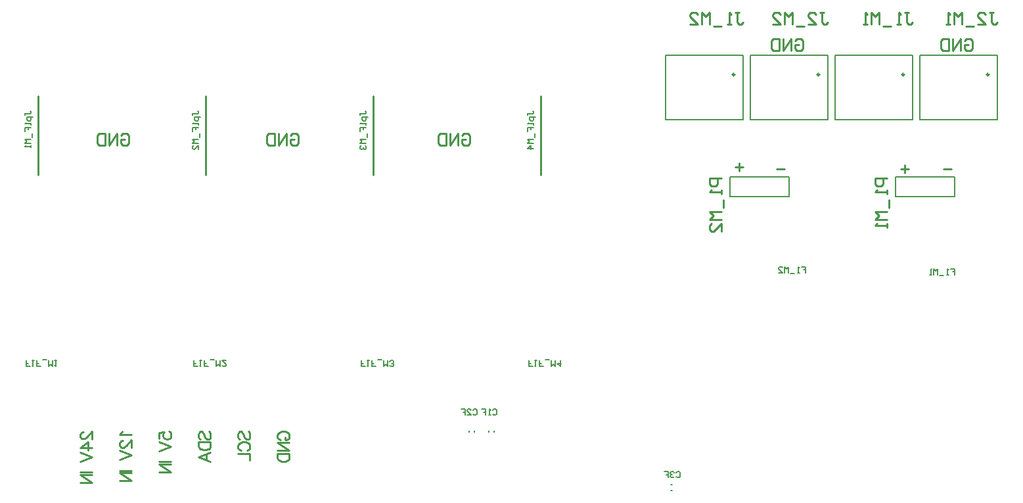
<source format=gbo>
G04*
G04 #@! TF.GenerationSoftware,Altium Limited,Altium Designer,19.0.12 (326)*
G04*
G04 Layer_Color=32896*
%FSLAX24Y24*%
%MOIN*%
G70*
G01*
G75*
%ADD10C,0.0100*%
%ADD13C,0.0079*%
%ADD16C,0.0070*%
%ADD65C,0.0110*%
%ADD66C,0.0050*%
D10*
X16000Y18000D02*
Y22000D01*
X24500Y18000D02*
Y22000D01*
X33000Y18000D02*
Y22000D01*
X41500Y18000D02*
Y22000D01*
X62323Y18300D02*
X61923D01*
X53879Y18300D02*
X53479D01*
X60179Y18300D02*
X59779D01*
X59979Y18500D02*
Y18100D01*
X51779Y18400D02*
X51379D01*
X51579Y18600D02*
Y18200D01*
X63000Y24800D02*
X63100Y24900D01*
X63300D01*
X63400Y24800D01*
Y24400D01*
X63300Y24300D01*
X63100D01*
X63000Y24400D01*
Y24600D01*
X63200D01*
X62800Y24300D02*
Y24900D01*
X62400Y24300D01*
Y24900D01*
X62200D02*
Y24300D01*
X61900D01*
X61801Y24400D01*
Y24800D01*
X61900Y24900D01*
X62200D01*
X54400Y24800D02*
X54500Y24900D01*
X54700D01*
X54800Y24800D01*
Y24400D01*
X54700Y24300D01*
X54500D01*
X54400Y24400D01*
Y24600D01*
X54600D01*
X54200Y24300D02*
Y24900D01*
X53800Y24300D01*
Y24900D01*
X53600D02*
Y24300D01*
X53300D01*
X53201Y24400D01*
Y24800D01*
X53300Y24900D01*
X53600D01*
X59065Y17835D02*
X58465D01*
Y17535D01*
X58565Y17435D01*
X58765D01*
X58865Y17535D01*
Y17835D01*
X59065Y17235D02*
Y17035D01*
Y17135D01*
X58465D01*
X58565Y17235D01*
X59165Y16735D02*
Y16335D01*
X59065Y16136D02*
X58465D01*
X58665Y15936D01*
X58465Y15736D01*
X59065D01*
Y15536D02*
Y15336D01*
Y15436D01*
X58465D01*
X58565Y15536D01*
X50665Y17835D02*
X50065D01*
Y17535D01*
X50165Y17435D01*
X50365D01*
X50465Y17535D01*
Y17835D01*
X50665Y17235D02*
Y17035D01*
Y17135D01*
X50065D01*
X50165Y17235D01*
X50765Y16735D02*
Y16335D01*
X50665Y16136D02*
X50065D01*
X50265Y15936D01*
X50065Y15736D01*
X50665D01*
Y15136D02*
Y15536D01*
X50265Y15136D01*
X50165D01*
X50065Y15236D01*
Y15436D01*
X50165Y15536D01*
X64279Y26225D02*
X64479D01*
X64379D01*
Y25725D01*
X64479Y25625D01*
X64579D01*
X64679Y25725D01*
X63679Y25625D02*
X64079D01*
X63679Y26025D01*
Y26125D01*
X63779Y26225D01*
X63979D01*
X64079Y26125D01*
X63479Y25525D02*
X63079D01*
X62879Y25625D02*
Y26225D01*
X62679Y26025D01*
X62479Y26225D01*
Y25625D01*
X62279D02*
X62079D01*
X62179D01*
Y26225D01*
X62279Y26125D01*
X59979Y26225D02*
X60179D01*
X60079D01*
Y25725D01*
X60179Y25625D01*
X60279D01*
X60379Y25725D01*
X59779Y25625D02*
X59579D01*
X59679D01*
Y26225D01*
X59779Y26125D01*
X59279Y25525D02*
X58879D01*
X58679Y25625D02*
Y26225D01*
X58479Y26025D01*
X58279Y26225D01*
Y25625D01*
X58079D02*
X57879D01*
X57979D01*
Y26225D01*
X58079Y26125D01*
X55679Y26225D02*
X55879D01*
X55779D01*
Y25725D01*
X55879Y25625D01*
X55979D01*
X56079Y25725D01*
X55079Y25625D02*
X55479D01*
X55079Y26025D01*
Y26125D01*
X55179Y26225D01*
X55379D01*
X55479Y26125D01*
X54879Y25525D02*
X54479D01*
X54279Y25625D02*
Y26225D01*
X54079Y26025D01*
X53879Y26225D01*
Y25625D01*
X53280D02*
X53679D01*
X53280Y26025D01*
Y26125D01*
X53379Y26225D01*
X53579D01*
X53679Y26125D01*
X51379Y26225D02*
X51579D01*
X51479D01*
Y25725D01*
X51579Y25625D01*
X51679D01*
X51779Y25725D01*
X51179Y25625D02*
X50979D01*
X51079D01*
Y26225D01*
X51179Y26125D01*
X50679Y25525D02*
X50279D01*
X50079Y25625D02*
Y26225D01*
X49879Y26025D01*
X49679Y26225D01*
Y25625D01*
X49079D02*
X49479D01*
X49079Y26025D01*
Y26125D01*
X49179Y26225D01*
X49379D01*
X49479Y26125D01*
X20200Y20000D02*
X20300Y20100D01*
X20500D01*
X20600Y20000D01*
Y19600D01*
X20500Y19500D01*
X20300D01*
X20200Y19600D01*
Y19800D01*
X20400D01*
X20000Y19500D02*
Y20100D01*
X19600Y19500D01*
Y20100D01*
X19400D02*
Y19500D01*
X19100D01*
X19001Y19600D01*
Y20000D01*
X19100Y20100D01*
X19400D01*
X28800Y20000D02*
X28900Y20100D01*
X29100D01*
X29200Y20000D01*
Y19600D01*
X29100Y19500D01*
X28900D01*
X28800Y19600D01*
Y19800D01*
X29000D01*
X28600Y19500D02*
Y20100D01*
X28200Y19500D01*
Y20100D01*
X28000D02*
Y19500D01*
X27700D01*
X27601Y19600D01*
Y20000D01*
X27700Y20100D01*
X28000D01*
X37500Y20000D02*
X37600Y20100D01*
X37800D01*
X37900Y20000D01*
Y19600D01*
X37800Y19500D01*
X37600D01*
X37500Y19600D01*
Y19800D01*
X37700D01*
X37300Y19500D02*
Y20100D01*
X36900Y19500D01*
Y20100D01*
X36700D02*
Y19500D01*
X36400D01*
X36301Y19600D01*
Y20000D01*
X36400Y20100D01*
X36700D01*
X18293Y4971D02*
X18264D01*
X18207Y4943D01*
X18179Y4914D01*
X18150Y4857D01*
Y4743D01*
X18179Y4686D01*
X18207Y4657D01*
X18264Y4629D01*
X18322D01*
X18379Y4657D01*
X18464Y4714D01*
X18750Y5000D01*
Y4600D01*
X18150Y4180D02*
X18550Y4466D01*
Y4037D01*
X18150Y4180D02*
X18750D01*
X18150Y3932D02*
X18750Y3703D01*
X18150Y3475D02*
X18750Y3703D01*
X18150Y2926D02*
X18750D01*
X18150Y2800D02*
X18750D01*
X18150D02*
X18750Y2401D01*
X18150D02*
X18750D01*
X20264Y5000D02*
X20236Y4943D01*
X20150Y4857D01*
X20750D01*
X20293Y4532D02*
X20264D01*
X20207Y4503D01*
X20179Y4474D01*
X20150Y4417D01*
Y4303D01*
X20179Y4246D01*
X20207Y4217D01*
X20264Y4189D01*
X20322D01*
X20379Y4217D01*
X20464Y4274D01*
X20750Y4560D01*
Y4160D01*
X20150Y4026D02*
X20750Y3797D01*
X20150Y3569D02*
X20750Y3797D01*
X20150Y3020D02*
X20750D01*
X20150Y2895D02*
X20750D01*
X20150D02*
X20750Y2495D01*
X20150D02*
X20750D01*
X22150Y4657D02*
Y4943D01*
X22407Y4971D01*
X22379Y4943D01*
X22350Y4857D01*
Y4771D01*
X22379Y4686D01*
X22436Y4629D01*
X22521Y4600D01*
X22579D01*
X22664Y4629D01*
X22721Y4686D01*
X22750Y4771D01*
Y4857D01*
X22721Y4943D01*
X22693Y4971D01*
X22636Y5000D01*
X22150Y4466D02*
X22750Y4237D01*
X22150Y4009D02*
X22750Y4237D01*
X22150Y3460D02*
X22750D01*
X22150Y3335D02*
X22750D01*
X22150D02*
X22750Y2935D01*
X22150D02*
X22750D01*
X24236Y4600D02*
X24179Y4657D01*
X24150Y4743D01*
Y4857D01*
X24179Y4943D01*
X24236Y5000D01*
X24293D01*
X24350Y4971D01*
X24379Y4943D01*
X24407Y4886D01*
X24464Y4714D01*
X24493Y4657D01*
X24521Y4629D01*
X24579Y4600D01*
X24664D01*
X24721Y4657D01*
X24750Y4743D01*
Y4857D01*
X24721Y4943D01*
X24664Y5000D01*
X24150Y4466D02*
X24750D01*
X24150D02*
Y4266D01*
X24179Y4180D01*
X24236Y4123D01*
X24293Y4094D01*
X24379Y4066D01*
X24521D01*
X24607Y4094D01*
X24664Y4123D01*
X24721Y4180D01*
X24750Y4266D01*
Y4466D01*
Y3475D02*
X24150Y3703D01*
X24750Y3932D01*
X24550Y3846D02*
Y3560D01*
X26236Y4600D02*
X26179Y4657D01*
X26150Y4743D01*
Y4857D01*
X26179Y4943D01*
X26236Y5000D01*
X26293D01*
X26350Y4971D01*
X26379Y4943D01*
X26407Y4886D01*
X26464Y4714D01*
X26493Y4657D01*
X26521Y4629D01*
X26579Y4600D01*
X26664D01*
X26721Y4657D01*
X26750Y4743D01*
Y4857D01*
X26721Y4943D01*
X26664Y5000D01*
X26293Y4037D02*
X26236Y4066D01*
X26179Y4123D01*
X26150Y4180D01*
Y4294D01*
X26179Y4352D01*
X26236Y4409D01*
X26293Y4437D01*
X26379Y4466D01*
X26521D01*
X26607Y4437D01*
X26664Y4409D01*
X26721Y4352D01*
X26750Y4294D01*
Y4180D01*
X26721Y4123D01*
X26664Y4066D01*
X26607Y4037D01*
X26150Y3869D02*
X26750D01*
Y3526D01*
X28293Y4572D02*
X28236Y4600D01*
X28179Y4657D01*
X28150Y4714D01*
Y4829D01*
X28179Y4886D01*
X28236Y4943D01*
X28293Y4971D01*
X28379Y5000D01*
X28521D01*
X28607Y4971D01*
X28664Y4943D01*
X28721Y4886D01*
X28750Y4829D01*
Y4714D01*
X28721Y4657D01*
X28664Y4600D01*
X28607Y4572D01*
X28521D01*
Y4714D02*
Y4572D01*
X28150Y4434D02*
X28750D01*
X28150D02*
X28750Y4034D01*
X28150D02*
X28750D01*
X28150Y3869D02*
X28750D01*
X28150D02*
Y3669D01*
X28179Y3583D01*
X28236Y3526D01*
X28293Y3497D01*
X28379Y3469D01*
X28521D01*
X28607Y3497D01*
X28664Y3526D01*
X28721Y3583D01*
X28750Y3669D01*
Y3869D01*
D13*
X59500Y16900D02*
X62500D01*
X59500D02*
Y17900D01*
X62500D01*
Y16900D02*
Y17900D01*
X51100Y16900D02*
X54100D01*
X51100D02*
Y17900D01*
X54100D01*
Y16900D02*
Y17900D01*
X48101Y2298D02*
X48179D01*
X48101Y2022D02*
X48179D01*
X38862Y4961D02*
Y5039D01*
X39138Y4961D02*
Y5039D01*
X37862Y4961D02*
Y5039D01*
X38138Y4961D02*
Y5039D01*
D16*
X54725Y13355D02*
X54925D01*
Y13205D01*
X54825D01*
X54925D01*
Y13055D01*
X54625D02*
X54525D01*
X54575D01*
Y13355D01*
X54625Y13305D01*
X54375Y13005D02*
X54175D01*
X54075Y13055D02*
Y13355D01*
X53975Y13255D01*
X53875Y13355D01*
Y13055D01*
X53575D02*
X53775D01*
X53575Y13255D01*
Y13305D01*
X53625Y13355D01*
X53725D01*
X53775Y13305D01*
X62295Y13255D02*
X62495D01*
Y13105D01*
X62395D01*
X62495D01*
Y12955D01*
X62195D02*
X62095D01*
X62145D01*
Y13255D01*
X62195Y13205D01*
X61945Y12905D02*
X61745D01*
X61645Y12955D02*
Y13255D01*
X61545Y13155D01*
X61445Y13255D01*
Y12955D01*
X61345D02*
X61245D01*
X61295D01*
Y13255D01*
X61345Y13205D01*
X24102Y8300D02*
X23902D01*
Y8450D01*
X24002D01*
X23902D01*
Y8600D01*
X24202D02*
X24302D01*
X24252D01*
Y8300D01*
X24202Y8350D01*
X24652Y8300D02*
X24452D01*
Y8450D01*
X24552D01*
X24452D01*
Y8600D01*
X24752Y8650D02*
X24952D01*
X25052Y8600D02*
Y8300D01*
X25152Y8400D01*
X25251Y8300D01*
Y8600D01*
X25551D02*
X25351D01*
X25551Y8400D01*
Y8350D01*
X25501Y8300D01*
X25401D01*
X25351Y8350D01*
X40840Y21050D02*
Y21150D01*
Y21100D01*
X41090D01*
X41140Y21150D01*
Y21200D01*
X41090Y21250D01*
X41240Y20950D02*
X40940D01*
Y20800D01*
X40990Y20750D01*
X41090D01*
X41140Y20800D01*
Y20950D01*
Y20650D02*
Y20550D01*
Y20600D01*
X40840D01*
X40890Y20650D01*
X40840Y20200D02*
Y20400D01*
X40990D01*
Y20300D01*
Y20400D01*
X41140D01*
X41190Y20100D02*
Y19900D01*
X41140Y19800D02*
X40840D01*
X40940Y19700D01*
X40840Y19601D01*
X41140D01*
Y19351D02*
X40840D01*
X40990Y19501D01*
Y19301D01*
X32340Y21050D02*
Y21150D01*
Y21100D01*
X32590D01*
X32640Y21150D01*
Y21200D01*
X32590Y21250D01*
X32740Y20950D02*
X32440D01*
Y20800D01*
X32490Y20750D01*
X32590D01*
X32640Y20800D01*
Y20950D01*
Y20650D02*
Y20550D01*
Y20600D01*
X32340D01*
X32390Y20650D01*
X32340Y20200D02*
Y20400D01*
X32490D01*
Y20300D01*
Y20400D01*
X32640D01*
X32690Y20100D02*
Y19900D01*
X32640Y19800D02*
X32340D01*
X32440Y19700D01*
X32340Y19601D01*
X32640D01*
X32390Y19501D02*
X32340Y19451D01*
Y19351D01*
X32390Y19301D01*
X32440D01*
X32490Y19351D01*
Y19401D01*
Y19351D01*
X32540Y19301D01*
X32590D01*
X32640Y19351D01*
Y19451D01*
X32590Y19501D01*
X23840Y21050D02*
Y21150D01*
Y21100D01*
X24090D01*
X24140Y21150D01*
Y21200D01*
X24090Y21250D01*
X24240Y20950D02*
X23940D01*
Y20800D01*
X23990Y20750D01*
X24090D01*
X24140Y20800D01*
Y20950D01*
Y20650D02*
Y20550D01*
Y20600D01*
X23840D01*
X23890Y20650D01*
X23840Y20200D02*
Y20400D01*
X23990D01*
Y20300D01*
Y20400D01*
X24140D01*
X24190Y20100D02*
Y19900D01*
X24140Y19800D02*
X23840D01*
X23940Y19700D01*
X23840Y19601D01*
X24140D01*
Y19301D02*
Y19501D01*
X23940Y19301D01*
X23890D01*
X23840Y19351D01*
Y19451D01*
X23890Y19501D01*
X15340Y21050D02*
Y21150D01*
Y21100D01*
X15590D01*
X15640Y21150D01*
Y21200D01*
X15590Y21250D01*
X15740Y20950D02*
X15440D01*
Y20800D01*
X15490Y20750D01*
X15590D01*
X15640Y20800D01*
Y20950D01*
Y20650D02*
Y20550D01*
Y20600D01*
X15340D01*
X15390Y20650D01*
X15340Y20200D02*
Y20400D01*
X15490D01*
Y20300D01*
Y20400D01*
X15640D01*
X15690Y20100D02*
Y19900D01*
X15640Y19800D02*
X15340D01*
X15440Y19700D01*
X15340Y19601D01*
X15640D01*
Y19501D02*
Y19401D01*
Y19451D01*
X15340D01*
X15390Y19501D01*
X39060Y6090D02*
X39110Y6140D01*
X39210D01*
X39260Y6090D01*
Y5890D01*
X39210Y5840D01*
X39110D01*
X39060Y5890D01*
X38960Y5840D02*
X38860D01*
X38910D01*
Y6140D01*
X38960Y6090D01*
X38510Y6140D02*
X38710D01*
Y5990D01*
X38610D01*
X38710D01*
Y5840D01*
X38060Y6090D02*
X38110Y6140D01*
X38210D01*
X38260Y6090D01*
Y5890D01*
X38210Y5840D01*
X38110D01*
X38060Y5890D01*
X37760Y5840D02*
X37960D01*
X37760Y6040D01*
Y6090D01*
X37810Y6140D01*
X37910D01*
X37960Y6090D01*
X37460Y6140D02*
X37660D01*
Y5990D01*
X37560D01*
X37660D01*
Y5840D01*
X48380Y2920D02*
X48430Y2970D01*
X48530D01*
X48580Y2920D01*
Y2720D01*
X48530Y2670D01*
X48430D01*
X48380Y2720D01*
X48280Y2920D02*
X48230Y2970D01*
X48130D01*
X48080Y2920D01*
Y2870D01*
X48130Y2820D01*
X48180D01*
X48130D01*
X48080Y2770D01*
Y2720D01*
X48130Y2670D01*
X48230D01*
X48280Y2720D01*
X47780Y2970D02*
X47980D01*
Y2820D01*
X47880D01*
X47980D01*
Y2670D01*
X41102Y8300D02*
X40902D01*
Y8450D01*
X41002D01*
X40902D01*
Y8600D01*
X41202D02*
X41302D01*
X41252D01*
Y8300D01*
X41202Y8350D01*
X41652Y8300D02*
X41452D01*
Y8450D01*
X41552D01*
X41452D01*
Y8600D01*
X41752Y8650D02*
X41952D01*
X42052Y8600D02*
Y8300D01*
X42152Y8400D01*
X42251Y8300D01*
Y8600D01*
X42501D02*
Y8300D01*
X42351Y8450D01*
X42551D01*
X32602Y8300D02*
X32402D01*
Y8450D01*
X32502D01*
X32402D01*
Y8600D01*
X32702D02*
X32802D01*
X32752D01*
Y8300D01*
X32702Y8350D01*
X33152Y8300D02*
X32952D01*
Y8450D01*
X33052D01*
X32952D01*
Y8600D01*
X33252Y8650D02*
X33452D01*
X33552Y8600D02*
Y8300D01*
X33652Y8400D01*
X33751Y8300D01*
Y8600D01*
X33851Y8350D02*
X33901Y8300D01*
X34001D01*
X34051Y8350D01*
Y8400D01*
X34001Y8450D01*
X33951D01*
X34001D01*
X34051Y8500D01*
Y8550D01*
X34001Y8600D01*
X33901D01*
X33851Y8550D01*
X15602Y8300D02*
X15402D01*
Y8450D01*
X15502D01*
X15402D01*
Y8600D01*
X15702D02*
X15802D01*
X15752D01*
Y8300D01*
X15702Y8350D01*
X16152Y8300D02*
X15952D01*
Y8450D01*
X16052D01*
X15952D01*
Y8600D01*
X16252Y8650D02*
X16452D01*
X16552Y8600D02*
Y8300D01*
X16652Y8400D01*
X16751Y8300D01*
Y8600D01*
X16851D02*
X16951D01*
X16901D01*
Y8300D01*
X16851Y8350D01*
D65*
X64245Y23091D02*
G03*
X64245Y23091I-55J0D01*
G01*
X59945D02*
G03*
X59945Y23091I-55J0D01*
G01*
X55645D02*
G03*
X55645Y23091I-55J0D01*
G01*
X51345D02*
G03*
X51345Y23091I-55J0D01*
G01*
D66*
X64662Y20807D02*
Y24075D01*
X60725Y20807D02*
X64662D01*
X60725D02*
Y24075D01*
X64662D01*
X60362Y20807D02*
Y24075D01*
X56425Y20807D02*
X60362D01*
X56425D02*
Y24075D01*
X60362D01*
X56062Y20807D02*
Y24075D01*
X52125Y20807D02*
X56062D01*
X52125D02*
Y24075D01*
X56062D01*
X51762Y20807D02*
Y24075D01*
X47825Y20807D02*
X51762D01*
X47825D02*
Y24075D01*
X51762D01*
M02*

</source>
